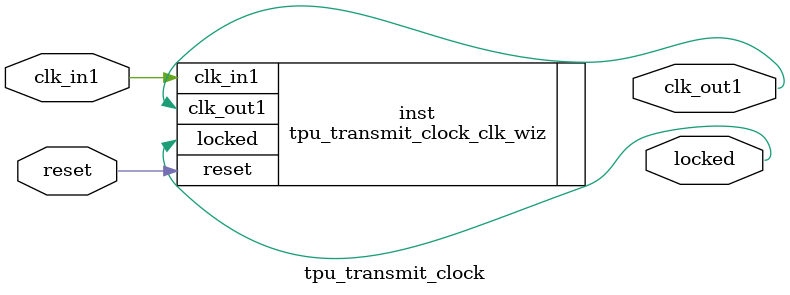
<source format=v>


`timescale 1ps/1ps

(* CORE_GENERATION_INFO = "tpu_transmit_clock,clk_wiz_v6_0_6_0_0,{component_name=tpu_transmit_clock,use_phase_alignment=false,use_min_o_jitter=false,use_max_i_jitter=false,use_dyn_phase_shift=false,use_inclk_switchover=false,use_dyn_reconfig=false,enable_axi=0,feedback_source=FDBK_AUTO,PRIMITIVE=MMCM,num_out_clk=1,clkin1_period=10.000,clkin2_period=10.000,use_power_down=false,use_reset=true,use_locked=true,use_inclk_stopped=false,feedback_type=SINGLE,CLOCK_MGR_TYPE=NA,manual_override=false}" *)

module tpu_transmit_clock 
 (
  // Clock out ports
  output        clk_out1,
  // Status and control signals
  input         reset,
  output        locked,
 // Clock in ports
  input         clk_in1
 );

  tpu_transmit_clock_clk_wiz inst
  (
  // Clock out ports  
  .clk_out1(clk_out1),
  // Status and control signals               
  .reset(reset), 
  .locked(locked),
 // Clock in ports
  .clk_in1(clk_in1)
  );

endmodule

</source>
